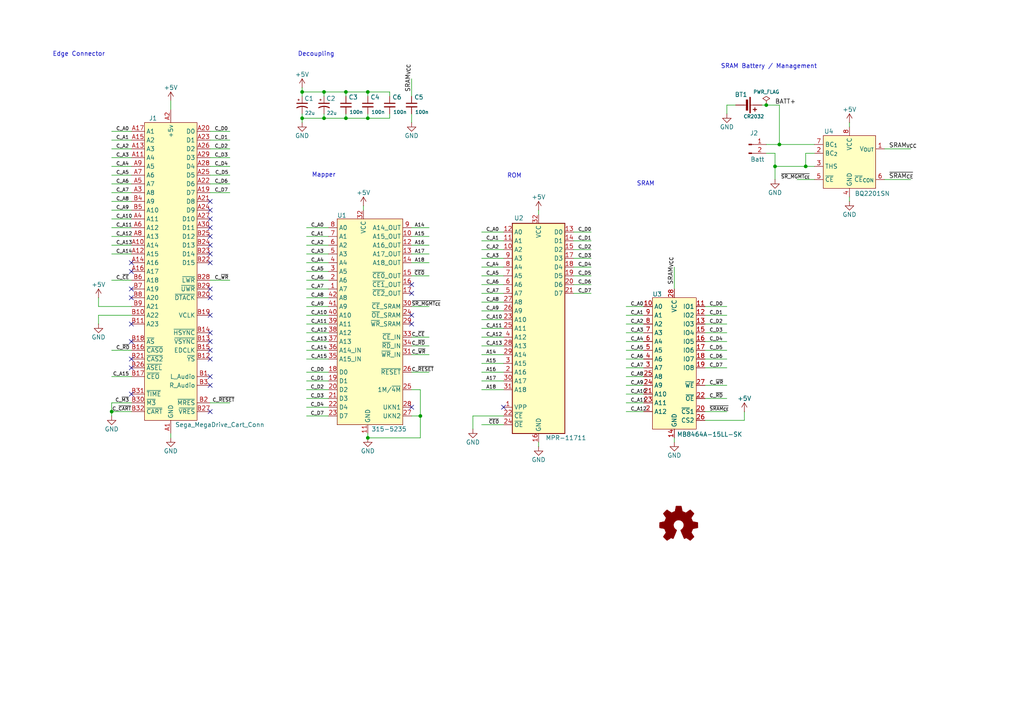
<source format=kicad_sch>
(kicad_sch (version 20231120) (generator "eeschema") (generator_version "8.0")
  (paper "A4")
  (lib_symbols
    (symbol "Connector:Conn_01x02_Pin" (pin_names (offset 1.016) hide)
      (property "Reference" "J" (at 0 2.54 0))
      (property "Value" "Conn_01x02_Pin" (at 0 -5.08 0))
      (symbol "Conn_01x02_Pin_1_1"
        (polyline (pts (xy 1.27 -2.54) (xy 0.8636 -2.54)) (stroke (width 0.1524)))
        (polyline (pts (xy 1.27 0) (xy 0.8636 0)) (stroke (width 0.1524)))
        (rectangle (start 0.8636 -2.413) (end 0 -2.667) (stroke (width 0.1524)) (fill (type outline)))
        (rectangle (start 0.8636 0.127) (end 0 -0.127) (stroke (width 0.1524)) (fill (type outline)))
        (pin passive line (at 5.08 0 180) (length 3.81) (name "Pin_1") (number "1"))
        (pin passive line (at 5.08 -2.54 180) (length 3.81) (name "Pin_2") (number "2"))
      )
    )
    (symbol "Custom:315-5235"
      (property "Reference" "U" (at -7.62 31.75 0))
      (property "Value" "315-5235" (at 8.89 -33.02 0))
      (symbol "315-5235_0_1"
        (rectangle (start -8.89 30.48) (end 10.16 -29.21) (fill (type background)))
      )
      (symbol "315-5235_1_1"
        (pin input line (at -11.43 10.16 0) (length 2.54) (name "A7") (number "1"))
        (pin output line (at 12.7 25.4 180) (length 2.54) (name "A15_OUT") (number "10"))
        (pin power_in line (at 0 -31.75 90) (length 2.54) (name "GND") (number "11"))
        (pin output line (at 12.7 22.86 180) (length 2.54) (name "A16_OUT") (number "12"))
        (pin output line (at 12.7 20.32 180) (length 2.54) (name "A17_OUT") (number "13"))
        (pin output line (at 12.7 17.78 180) (length 2.54) (name "A18_OUT") (number "14"))
        (pin output line (at 12.7 13.97 180) (length 2.54) (name "~{CE0}_OUT") (number "15"))
        (pin output line (at 12.7 11.43 180) (length 2.54) (name "~{CE1}_OUT") (number "16"))
        (pin output line (at 12.7 8.89 180) (length 2.54) (name "~{CE2}_OUT") (number "17"))
        (pin input line (at -11.43 -13.97 0) (length 2.54) (name "D0") (number "18"))
        (pin input line (at -11.43 -16.51 0) (length 2.54) (name "D1") (number "19"))
        (pin input line (at -11.43 12.7 0) (length 2.54) (name "A6") (number "2"))
        (pin input line (at -11.43 -19.05 0) (length 2.54) (name "D2") (number "20"))
        (pin input line (at -11.43 -21.59 0) (length 2.54) (name "D3") (number "21"))
        (pin input line (at -11.43 -24.13 0) (length 2.54) (name "D4") (number "22"))
        (pin input line (at -11.43 -26.67 0) (length 2.54) (name "D7") (number "23"))
        (pin output line (at 12.7 2.54 180) (length 2.54) (name "~{OE}_SRAM") (number "24"))
        (pin input line (at 12.7 -19.05 180) (length 2.54) (name "1M/~{4M}") (number "25"))
        (pin input line (at 12.7 -13.97 180) (length 2.54) (name "~{RESET}") (number "26"))
        (pin passive line (at 12.7 -26.67 180) (length 2.54) (name "UKN2") (number "27"))
        (pin passive line (at 12.7 -24.13 180) (length 2.54) (name "UKN1") (number "28"))
        (pin output line (at 12.7 0 180) (length 2.54) (name "~{WR}_SRAM") (number "29"))
        (pin input line (at -11.43 15.24 0) (length 2.54) (name "A5") (number "3"))
        (pin output line (at 12.7 5.08 180) (length 2.54) (name "~{CE}_SRAM") (number "30"))
        (pin input line (at 12.7 -8.89 180) (length 2.54) (name "~{WR}_IN") (number "31"))
        (pin power_in line (at -1.27 33.02 270) (length 2.54) (name "VCC") (number "32"))
        (pin input line (at 12.7 -3.81 180) (length 2.54) (name "~{CE}_IN") (number "33"))
        (pin input line (at 12.7 -6.35 180) (length 2.54) (name "~{RD}_IN") (number "34"))
        (pin input line (at -11.43 -10.16 0) (length 2.54) (name "A15_IN") (number "35"))
        (pin input line (at -11.43 -7.62 0) (length 2.54) (name "A14_IN") (number "36"))
        (pin input line (at -11.43 -5.08 0) (length 2.54) (name "A13") (number "37"))
        (pin input line (at -11.43 -2.54 0) (length 2.54) (name "A12") (number "38"))
        (pin input line (at -11.43 0 0) (length 2.54) (name "A11") (number "39"))
        (pin input line (at -11.43 17.78 0) (length 2.54) (name "A4") (number "4"))
        (pin input line (at -11.43 2.54 0) (length 2.54) (name "A10") (number "40"))
        (pin input line (at -11.43 5.08 0) (length 2.54) (name "A9") (number "41"))
        (pin input line (at -11.43 7.62 0) (length 2.54) (name "A8") (number "42"))
        (pin input line (at -11.43 20.32 0) (length 2.54) (name "A3") (number "5"))
        (pin input line (at -11.43 22.86 0) (length 2.54) (name "A2") (number "6"))
        (pin input line (at -11.43 25.4 0) (length 2.54) (name "A1") (number "7"))
        (pin input line (at -11.43 27.94 0) (length 2.54) (name "A0") (number "8"))
        (pin output line (at 12.7 27.94 180) (length 2.54) (name "A14_OUT") (number "9"))
      )
    )
    (symbol "Custom:BQ2201SN"
      (property "Reference" "U" (at 0 0 0))
      (property "Value" "BQ2201SN" (at 0 0 0))
      (symbol "BQ2201SN_1_1"
        (rectangle (start -7.62 7.62) (end 7.62 -7.62) (fill (type background)))
        (pin power_out line (at 10.16 3.81 180) (length 2.54) (name "V_{OUT}") (number "1"))
        (pin power_in line (at -10.16 2.54 0) (length 2.54) (name "BC_{2}") (number "2"))
        (pin input line (at -10.16 -1.27 0) (length 2.54) (name "THS") (number "3"))
        (pin power_in line (at 0 -10.16 90) (length 2.54) (name "GND") (number "4"))
        (pin input line (at -10.16 -5.08 0) (length 2.54) (name "~{CE}") (number "5"))
        (pin output line (at 10.16 -5.08 180) (length 2.54) (name "~{CE}_{CON}") (number "6"))
        (pin power_in line (at -10.16 5.08 0) (length 2.54) (name "BC_{1}") (number "7"))
        (pin power_in line (at 0 10.16 270) (length 2.54) (name "VCC") (number "8"))
      )
    )
    (symbol "Custom:MB8464A-15LL-SK"
      (property "Reference" "U" (at -5.08 20.32 0))
      (property "Value" "MB8464A-15LL-SK" (at 10.16 -21.59 0))
      (symbol "MB8464A-15LL-SK_0_1"
        (rectangle (start -6.35 19.05) (end 6.35 -19.05) (fill (type background)))
      )
      (symbol "MB8464A-15LL-SK_1_1"
        (pin no_connect line (at -8.89 -16.51 0) (length 2.54) hide (name "NC") (number "1"))
        (pin input line (at -8.89 16.51 0) (length 2.54) (name "A0") (number "10"))
        (pin bidirectional line (at 8.89 16.51 180) (length 2.54) (name "IO1") (number "11"))
        (pin bidirectional line (at 8.89 13.97 180) (length 2.54) (name "IO2") (number "12"))
        (pin bidirectional line (at 8.89 11.43 180) (length 2.54) (name "IO3") (number "13"))
        (pin power_in line (at 0 -21.59 90) (length 2.54) (name "GND") (number "14"))
        (pin bidirectional line (at 8.89 8.89 180) (length 2.54) (name "IO4") (number "15"))
        (pin bidirectional line (at 8.89 6.35 180) (length 2.54) (name "IO5") (number "16"))
        (pin bidirectional line (at 8.89 3.81 180) (length 2.54) (name "IO6") (number "17"))
        (pin bidirectional line (at 8.89 1.27 180) (length 2.54) (name "IO7") (number "18"))
        (pin bidirectional line (at 8.89 -1.27 180) (length 2.54) (name "IO8") (number "19"))
        (pin input line (at -8.89 -13.97 0) (length 2.54) (name "A12") (number "2"))
        (pin input line (at 8.89 -13.97 180) (length 2.54) (name "~{CS}1") (number "20"))
        (pin input line (at -8.89 -8.89 0) (length 2.54) (name "A10") (number "21"))
        (pin input line (at 8.89 -10.16 180) (length 2.54) (name "~{OE}") (number "22"))
        (pin input line (at -8.89 -11.43 0) (length 2.54) (name "A11") (number "23"))
        (pin input line (at -8.89 -6.35 0) (length 2.54) (name "A9") (number "24"))
        (pin input line (at -8.89 -3.81 0) (length 2.54) (name "A8") (number "25"))
        (pin input line (at 8.89 -16.51 180) (length 2.54) (name "CS2") (number "26"))
        (pin input line (at 8.89 -6.35 180) (length 2.54) (name "~{WE}") (number "27"))
        (pin power_in line (at 0 21.59 270) (length 2.54) (name "VCC") (number "28"))
        (pin input line (at -8.89 -1.27 0) (length 2.54) (name "A7") (number "3"))
        (pin input line (at -8.89 1.27 0) (length 2.54) (name "A6") (number "4"))
        (pin input line (at -8.89 3.81 0) (length 2.54) (name "A5") (number "5"))
        (pin input line (at -8.89 6.35 0) (length 2.54) (name "A4") (number "6"))
        (pin input line (at -8.89 8.89 0) (length 2.54) (name "A3") (number "7"))
        (pin input line (at -8.89 11.43 0) (length 2.54) (name "A2") (number "8"))
        (pin input line (at -8.89 13.97 0) (length 2.54) (name "A1") (number "9"))
      )
    )
    (symbol "Custom:Sega_MegaDrive_Cart_Conn"
      (property "Reference" "J1" (at -6.35 41.91 0))
      (property "Value" "Sega_MegaDrive_Cart_Conn" (at 1.27 -46.99 0))
      (symbol "Sega_MegaDrive_Cart_Conn_0_1"
        (rectangle (start -7.62 40.64) (end 7.62 -45.72) (fill (type background)))
      )
      (symbol "Sega_MegaDrive_Cart_Conn_1_1"
        (pin power_out line (at 0 -49.53 90) (length 3.81) (name "GND") (number "A1"))
        (pin output line (at -11.43 5.08 0) (length 3.81) (name "A14") (number "A10"))
        (pin output line (at -11.43 30.48 0) (length 3.81) (name "A4") (number "A11"))
        (pin output line (at -11.43 2.54 0) (length 3.81) (name "A15") (number "A12"))
        (pin output line (at -11.43 33.02 0) (length 3.81) (name "A3") (number "A13"))
        (pin output line (at -11.43 0 0) (length 3.81) (name "A16") (number "A14"))
        (pin output line (at -11.43 35.56 0) (length 3.81) (name "A2") (number "A15"))
        (pin output line (at -11.43 -2.54 0) (length 3.81) (name "A17") (number "A16"))
        (pin output line (at -11.43 38.1 0) (length 3.81) (name "A1") (number "A17"))
        (pin passive line (at 0 -49.53 90) (length 3.81) hide (name "GND") (number "A18"))
        (pin bidirectional line (at 11.43 20.32 180) (length 3.81) (name "D7") (number "A19"))
        (pin power_out line (at 0 44.45 270) (length 3.81) (name "+5v") (number "A2"))
        (pin bidirectional line (at 11.43 38.1 180) (length 3.81) (name "D0") (number "A20"))
        (pin bidirectional line (at 11.43 17.78 180) (length 3.81) (name "D8") (number "A21"))
        (pin bidirectional line (at 11.43 22.86 180) (length 3.81) (name "D6") (number "A22"))
        (pin bidirectional line (at 11.43 35.56 180) (length 3.81) (name "D1") (number "A23"))
        (pin bidirectional line (at 11.43 15.24 180) (length 3.81) (name "D9") (number "A24"))
        (pin bidirectional line (at 11.43 25.4 180) (length 3.81) (name "D5") (number "A25"))
        (pin bidirectional line (at 11.43 33.02 180) (length 3.81) (name "D2") (number "A26"))
        (pin bidirectional line (at 11.43 12.7 180) (length 3.81) (name "D10") (number "A27"))
        (pin bidirectional line (at 11.43 27.94 180) (length 3.81) (name "D4") (number "A28"))
        (pin bidirectional line (at 11.43 30.48 180) (length 3.81) (name "D3") (number "A29"))
        (pin output line (at -11.43 20.32 0) (length 3.81) (name "A8") (number "A3"))
        (pin bidirectional line (at 11.43 10.16 180) (length 3.81) (name "D11") (number "A30"))
        (pin passive line (at 0 44.45 270) (length 3.81) hide (name "+5v") (number "A31"))
        (pin passive line (at 0 -49.53 90) (length 3.81) hide (name "GND") (number "A32"))
        (pin output line (at -11.43 12.7 0) (length 3.81) (name "A11") (number "A4"))
        (pin output line (at -11.43 22.86 0) (length 3.81) (name "A7") (number "A5"))
        (pin output line (at -11.43 10.16 0) (length 3.81) (name "A12") (number "A6"))
        (pin output line (at -11.43 25.4 0) (length 3.81) (name "A6") (number "A7"))
        (pin output line (at -11.43 7.62 0) (length 3.81) (name "A13") (number "A8"))
        (pin output line (at -11.43 27.94 0) (length 3.81) (name "A5") (number "A9"))
        (pin input line (at 11.43 -33.02 180) (length 3.81) (name "L_Audio") (number "B1"))
        (pin passive line (at -11.43 -15.24 0) (length 3.81) (name "A22") (number "B10"))
        (pin output line (at -11.43 -17.78 0) (length 3.81) (name "A23") (number "B11"))
        (pin output line (at 11.43 -27.94 180) (length 3.81) (name "~{YS}") (number "B12"))
        (pin output line (at 11.43 -22.86 180) (length 3.81) (name "~{VSYNC}") (number "B13"))
        (pin output line (at 11.43 -20.32 180) (length 3.81) (name "~{HSYNC}") (number "B14"))
        (pin output line (at 11.43 -25.4 180) (length 3.81) (name "EDCLK") (number "B15"))
        (pin output line (at -11.43 -25.4 0) (length 3.81) (name "~{CAS0}") (number "B16"))
        (pin output line (at -11.43 -33.02 0) (length 3.81) (name "~{CEO}") (number "B17"))
        (pin output line (at -11.43 -22.86 0) (length 3.81) (name "~{AS}") (number "B18"))
        (pin output line (at 11.43 -15.24 180) (length 3.81) (name "VCLK") (number "B19"))
        (pin output line (at 11.43 -40.64 180) (length 3.81) (name "~{MRES}") (number "B2"))
        (pin input line (at 11.43 -10.16 180) (length 3.81) (name "~{DTACK}") (number "B20"))
        (pin output line (at -11.43 -27.94 0) (length 3.81) (name "~{CAS2}") (number "B21"))
        (pin bidirectional line (at 11.43 0 180) (length 3.81) (name "D15") (number "B22"))
        (pin bidirectional line (at 11.43 2.54 180) (length 3.81) (name "D14") (number "B23"))
        (pin bidirectional line (at 11.43 5.08 180) (length 3.81) (name "D13") (number "B24"))
        (pin bidirectional line (at 11.43 7.62 180) (length 3.81) (name "D12") (number "B25"))
        (pin output line (at -11.43 -30.48 0) (length 3.81) (name "~{ASEL}") (number "B26"))
        (pin output line (at 11.43 -43.18 180) (length 3.81) (name "~{VRES}") (number "B27"))
        (pin output line (at 11.43 -5.08 180) (length 3.81) (name "~{LWR}") (number "B28"))
        (pin output line (at 11.43 -7.62 180) (length 3.81) (name "~{UWR}") (number "B29"))
        (pin input line (at 11.43 -35.56 180) (length 3.81) (name "R_Audio") (number "B3"))
        (pin input line (at -11.43 -40.64 0) (length 3.81) (name "~{M3}") (number "B30"))
        (pin output line (at -11.43 -38.1 0) (length 3.81) (name "~{TIME}") (number "B31"))
        (pin input line (at -11.43 -43.18 0) (length 3.81) (name "~{CART}") (number "B32"))
        (pin output line (at -11.43 17.78 0) (length 3.81) (name "A9") (number "B4"))
        (pin output line (at -11.43 15.24 0) (length 3.81) (name "A10") (number "B5"))
        (pin output line (at -11.43 -5.08 0) (length 3.81) (name "A18") (number "B6"))
        (pin output line (at -11.43 -7.62 0) (length 3.81) (name "A19") (number "B7"))
        (pin output line (at -11.43 -10.16 0) (length 3.81) (name "A20") (number "B8"))
        (pin passive line (at -11.43 -12.7 0) (length 3.81) (name "A21") (number "B9"))
      )
    )
    (symbol "Device:Battery_Cell" (pin_numbers hide) (pin_names (offset 0) hide)
      (property "Reference" "BT" (at 2.54 2.54 0))
      (property "Value" "Battery_Cell" (at 2.54 0 0))
      (symbol "Battery_Cell_0_1"
        (rectangle (start -2.286 1.778) (end 2.286 1.524) (fill (type outline)))
        (rectangle (start -1.524 1.016) (end 1.524 0.508) (fill (type outline)))
        (polyline (pts (xy 0 0.762) (xy 0 0)))
        (polyline (pts (xy 0 1.778) (xy 0 2.54)))
        (polyline (pts (xy 0.762 3.048) (xy 1.778 3.048)) (stroke (width 0.254)))
        (polyline (pts (xy 1.27 3.556) (xy 1.27 2.54)) (stroke (width 0.254)))
      )
      (symbol "Battery_Cell_1_1"
        (pin passive line (at 0 5.08 270) (length 2.54) (name "+") (number "1"))
        (pin passive line (at 0 -2.54 90) (length 2.54) (name "-") (number "2"))
      )
    )
    (symbol "Device:C_Polarized_Small_US" (pin_numbers hide) (pin_names (offset 0.254) hide)
      (property "Reference" "C" (at 0.254 1.778 0))
      (property "Value" "C_Polarized_Small_US" (at 0.254 -2.032 0))
      (symbol "C_Polarized_Small_US_0_1"
        (polyline (pts (xy -1.524 0.508) (xy 1.524 0.508)) (stroke (width 0.3048)))
        (polyline (pts (xy -1.27 1.524) (xy -0.762 1.524)))
        (polyline (pts (xy -1.016 1.27) (xy -1.016 1.778)))
        (arc (start 1.524 -0.762) (mid 0 -0.3734) (end -1.524 -0.762) (stroke (width 0.3048)))
      )
      (symbol "C_Polarized_Small_US_1_1"
        (pin passive line (at 0 2.54 270) (length 2.032) (name "~") (number "1"))
        (pin passive line (at 0 -2.54 90) (length 2.032) (name "~") (number "2"))
      )
    )
    (symbol "Device:C_Small" (pin_numbers hide) (pin_names (offset 0.254) hide)
      (property "Reference" "C" (at 0.254 1.778 0))
      (property "Value" "C_Small" (at 0.254 -2.032 0))
      (symbol "C_Small_0_1"
        (polyline (pts (xy -1.524 -0.508) (xy 1.524 -0.508)) (stroke (width 0.3302)))
        (polyline (pts (xy -1.524 0.508) (xy 1.524 0.508)) (stroke (width 0.3048)))
      )
      (symbol "C_Small_1_1"
        (pin passive line (at 0 2.54 270) (length 2.032) (name "~") (number "1"))
        (pin passive line (at 0 -2.54 90) (length 2.032) (name "~") (number "2"))
      )
    )
    (symbol "Graphic:Logo_Open_Hardware_Small" (in_bom no) (on_board no)
      (symbol "Logo_Open_Hardware_Small_0_1"
        (polyline (pts (xy 3.3528 -4.3434) (xy 3.302 -4.318) (xy 3.175 -4.2418) (xy 2.9972 -4.1148) (xy 2.7686 -3.9624) (xy 2.54 -3.81) (xy 2.3622 -3.7084) (xy 2.2352 -3.6068) (xy 2.1844 -3.5814) (xy 2.159 -3.6068) (xy 2.0574 -3.6576) (xy 1.905 -3.7338) (xy 1.8034 -3.7846) (xy 1.6764 -3.8354) (xy 1.6002 -3.8354) (xy 1.6002 -3.8354) (xy 1.5494 -3.7338) (xy 1.4732 -3.5306) (xy 1.3462 -3.302) (xy 1.2446 -3.0226) (xy 1.1176 -2.7178) (xy 0.9652 -2.413) (xy 0.8636 -2.1082) (xy 0.7366 -1.8288) (xy 0.6604 -1.6256) (xy 0.6096 -1.4732) (xy 0.5842 -1.397) (xy 0.5842 -1.397) (xy 0.6604 -1.3208) (xy 0.7874 -1.2446) (xy 1.0414 -1.016) (xy 1.2954 -0.6858) (xy 1.4478 -0.3302) (xy 1.524 0.0762) (xy 1.4732 0.4572) (xy 1.3208 0.8128) (xy 1.0668 1.143) (xy 0.762 1.3716) (xy 0.4064 1.524) (xy 0 1.5748) (xy -0.381 1.5494) (xy -0.7366 1.397) (xy -1.0668 1.143) (xy -1.2192 0.9906) (xy -1.397 0.6604) (xy -1.524 0.3048) (xy -1.524 0.2286) (xy -1.4986 -0.1778) (xy -1.397 -0.5334) (xy -1.1938 -0.8636) (xy -0.9144 -1.143) (xy -0.8636 -1.1684) (xy -0.7366 -1.27) (xy -0.635 -1.3462) (xy -0.5842 -1.397) (xy -1.0668 -2.5908) (xy -1.143 -2.794) (xy -1.2954 -3.1242) (xy -1.397 -3.4036) (xy -1.4986 -3.6322) (xy -1.5748 -3.7846) (xy -1.6002 -3.8354) (xy -1.6002 -3.8354) (xy -1.651 -3.8354) (xy -1.7272 -3.81) (xy -1.905 -3.7338) (xy -2.0066 -3.683) (xy -2.1336 -3.6068) (xy -2.2098 -3.5814) (xy -2.2606 -3.6068) (xy -2.3622 -3.683) (xy -2.54 -3.81) (xy -2.7686 -3.9624) (xy -2.9718 -4.0894) (xy -3.1496 -4.2164) (xy -3.302 -4.318) (xy -3.3528 -4.3434) (xy -3.3782 -4.3434) (xy -3.429 -4.318) (xy -3.5306 -4.2164) (xy -3.7084 -4.064) (xy -3.937 -3.8354) (xy -3.9624 -3.81) (xy -4.1656 -3.6068) (xy -4.318 -3.4544) (xy -4.4196 -3.3274) (xy -4.445 -3.2766) (xy -4.445 -3.2766) (xy -4.4196 -3.2258) (xy -4.318 -3.0734) (xy -4.2164 -2.8956) (xy -4.064 -2.667) (xy -3.6576 -2.0828) (xy -3.8862 -1.5494) (xy -3.937 -1.3716) (xy -4.0386 -1.1684) (xy -4.0894 -1.0414) (xy -4.1148 -0.9652) (xy -4.191 -0.9398) (xy -4.318 -0.9144) (xy -4.5466 -0.8636) (xy -4.8006 -0.8128) (xy -5.0546 -0.7874) (xy -5.2578 -0.7366) (xy -5.4356 -0.7112) (xy -5.5118 -0.6858) (xy -5.5118 -0.6858) (xy -5.5372 -0.635) (xy -5.5372 -0.5588) (xy -5.5372 -0.4318) (xy -5.5626 -0.2286) (xy -5.5626 0.0762) (xy -5.5626 0.127) (xy -5.5372 0.4064) (xy -5.5372 0.635) (xy -5.5372 0.762) (xy -5.5372 0.8382) (xy -5.5372 0.8382) (xy -5.461 0.8382) (xy -5.3086 0.889) (xy -5.08 0.9144) (xy -4.826 0.9652) (xy -4.8006 0.9906) (xy -4.5466 1.0414) (xy -4.318 1.0668) (xy -4.1656 1.1176) (xy -4.0894 1.143) (xy -4.0894 1.143) (xy -4.0386 1.2446) (xy -3.9624 1.4224) (xy -3.8608 1.6256) (xy -3.7846 1.8288) (xy -3.7084 2.0066) (xy -3.6576 2.159) (xy -3.6322 2.2098) (xy -3.6322 2.2098) (xy -3.683 2.286) (xy -3.7592 2.413) (xy -3.8862 2.5908) (xy -4.064 2.8194) (xy -4.064 2.8448) (xy -4.2164 3.0734) (xy -4.3434 3.2512) (xy -4.4196 3.3782) (xy -4.445 3.4544) (xy -4.445 3.4544) (xy -4.3942 3.5052) (xy -4.2926 3.6322) (xy -4.1148 3.81) (xy -3.937 4.0132) (xy -3.8608 4.064) (xy -3.6576 4.2926) (xy -3.5052 4.4196) (xy -3.4036 4.4958) (xy -3.3528 4.5212) (xy -3.3528 4.5212) (xy -3.302 4.4704) (xy -3.1496 4.3688) (xy -2.9718 4.2418) (xy -2.7432 4.0894) (xy -2.7178 4.0894) (xy -2.4892 3.937) (xy -2.3114 3.81) (xy -2.1844 3.7084) (xy -2.1336 3.683) (xy -2.1082 3.683) (xy -2.032 3.7084) (xy -1.8542 3.7592) (xy -1.6764 3.8354) (xy -1.4732 3.937) (xy -1.27 4.0132) (xy -1.143 4.064) (xy -1.0668 4.1148) (xy -1.0668 4.1148) (xy -1.0414 4.191) (xy -1.016 4.3434) (xy -0.9652 4.572) (xy -0.9144 4.8514) (xy -0.889 4.9022) (xy -0.8382 5.1562) (xy -0.8128 5.3848) (xy -0.7874 5.5372) (xy -0.762 5.588) (xy -0.7112 5.6134) (xy -0.5842 5.6134) (xy -0.4064 5.6134) (xy -0.1524 5.6134) (xy 0.0762 5.6134) (xy 0.3302 5.6134) (xy 0.5334 5.6134) (xy 0.6858 5.588) (xy 0.7366 5.588) (xy 0.7366 5.588) (xy 0.762 5.5118) (xy 0.8128 5.334) (xy 0.8382 5.1054) (xy 0.9144 4.826) (xy 0.9144 4.7752) (xy 0.9652 4.5212) (xy 1.016 4.2926) (xy 1.0414 4.1402) (xy 1.0668 4.0894) (xy 1.0668 4.0894) (xy 1.1938 4.0386) (xy 1.3716 3.9624) (xy 1.5748 3.8608) (xy 2.0828 3.6576) (xy 2.7178 4.0894) (xy 2.7686 4.1402) (xy 2.9972 4.2926) (xy 3.175 4.4196) (xy 3.302 4.4958) (xy 3.3782 4.5212) (xy 3.3782 4.5212) (xy 3.429 4.4704) (xy 3.556 4.3434) (xy 3.7338 4.191) (xy 3.9116 3.9878) (xy 4.064 3.8354) (xy 4.2418 3.6576) (xy 4.3434 3.556) (xy 4.4196 3.4798) (xy 4.4196 3.429) (xy 4.4196 3.4036) (xy 4.3942 3.3274) (xy 4.2926 3.2004) (xy 4.1656 2.9972) (xy 4.0132 2.794) (xy 3.8862 2.5908) (xy 3.7592 2.3876) (xy 3.6576 2.2352) (xy 3.6322 2.159) (xy 3.6322 2.1336) (xy 3.683 2.0066) (xy 3.7592 1.8288) (xy 3.8608 1.6002) (xy 4.064 1.1176) (xy 4.3942 1.0414) (xy 4.5974 1.016) (xy 4.8768 0.9652) (xy 5.1308 0.9144) (xy 5.5372 0.8382) (xy 5.5626 -0.6604) (xy 5.4864 -0.6858) (xy 5.4356 -0.6858) (xy 5.2832 -0.7366) (xy 5.0546 -0.762) (xy 4.8006 -0.8128) (xy 4.5974 -0.8636) (xy 4.3688 -0.9144) (xy 4.2164 -0.9398) (xy 4.1402 -0.9398) (xy 4.1148 -0.9652) (xy 4.064 -1.0668) (xy 3.9878 -1.2446) (xy 3.9116 -1.4478) (xy 3.81 -1.651) (xy 3.7338 -1.8542) (xy 3.683 -2.0066) (xy 3.6576 -2.0828) (xy 3.683 -2.1336) (xy 3.7846 -2.2606) (xy 3.8862 -2.4638) (xy 4.0386 -2.667) (xy 4.191 -2.8956) (xy 4.318 -3.0734) (xy 4.3942 -3.2004) (xy 4.445 -3.2766) (xy 4.4196 -3.3274) (xy 4.3434 -3.429) (xy 4.1656 -3.5814) (xy 3.937 -3.8354) (xy 3.8862 -3.8608) (xy 3.683 -4.064) (xy 3.5306 -4.2164) (xy 3.4036 -4.318) (xy 3.3528 -4.3434)) (fill (type outline)))
      )
    )
    (symbol "Memory_EPROM:27C040"
      (property "Reference" "U" (at -7.62 31.75 0))
      (property "Value" "27C040" (at 2.54 -31.75 0))
      (symbol "27C040_1_1"
        (rectangle (start -7.62 30.48) (end 7.62 -30.48) (stroke (width 0.254)) (fill (type background)))
        (pin input line (at -10.16 -22.86 0) (length 2.54) (name "VPP") (number "1"))
        (pin input line (at -10.16 22.86 0) (length 2.54) (name "A2") (number "10"))
        (pin input line (at -10.16 25.4 0) (length 2.54) (name "A1") (number "11"))
        (pin input line (at -10.16 27.94 0) (length 2.54) (name "A0") (number "12"))
        (pin tri_state line (at 10.16 27.94 180) (length 2.54) (name "D0") (number "13"))
        (pin tri_state line (at 10.16 25.4 180) (length 2.54) (name "D1") (number "14"))
        (pin tri_state line (at 10.16 22.86 180) (length 2.54) (name "D2") (number "15"))
        (pin power_in line (at 0 -33.02 90) (length 2.54) (name "GND") (number "16"))
        (pin tri_state line (at 10.16 20.32 180) (length 2.54) (name "D3") (number "17"))
        (pin tri_state line (at 10.16 17.78 180) (length 2.54) (name "D4") (number "18"))
        (pin tri_state line (at 10.16 15.24 180) (length 2.54) (name "D5") (number "19"))
        (pin input line (at -10.16 -12.7 0) (length 2.54) (name "A16") (number "2"))
        (pin tri_state line (at 10.16 12.7 180) (length 2.54) (name "D6") (number "20"))
        (pin tri_state line (at 10.16 10.16 180) (length 2.54) (name "D7") (number "21"))
        (pin input line (at -10.16 -25.4 0) (length 2.54) (name "~{CE}") (number "22"))
        (pin input line (at -10.16 2.54 0) (length 2.54) (name "A10") (number "23"))
        (pin input line (at -10.16 -27.94 0) (length 2.54) (name "~{OE}") (number "24"))
        (pin input line (at -10.16 0 0) (length 2.54) (name "A11") (number "25"))
        (pin input line (at -10.16 5.08 0) (length 2.54) (name "A9") (number "26"))
        (pin input line (at -10.16 7.62 0) (length 2.54) (name "A8") (number "27"))
        (pin input line (at -10.16 -5.08 0) (length 2.54) (name "A13") (number "28"))
        (pin input line (at -10.16 -7.62 0) (length 2.54) (name "A14") (number "29"))
        (pin input line (at -10.16 -10.16 0) (length 2.54) (name "A15") (number "3"))
        (pin input line (at -10.16 -15.24 0) (length 2.54) (name "A17") (number "30"))
        (pin input line (at -10.16 -17.78 0) (length 2.54) (name "A18") (number "31"))
        (pin power_in line (at 0 33.02 270) (length 2.54) (name "VCC") (number "32"))
        (pin input line (at -10.16 -2.54 0) (length 2.54) (name "A12") (number "4"))
        (pin input line (at -10.16 10.16 0) (length 2.54) (name "A7") (number "5"))
        (pin input line (at -10.16 12.7 0) (length 2.54) (name "A6") (number "6"))
        (pin input line (at -10.16 15.24 0) (length 2.54) (name "A5") (number "7"))
        (pin input line (at -10.16 17.78 0) (length 2.54) (name "A4") (number "8"))
        (pin input line (at -10.16 20.32 0) (length 2.54) (name "A3") (number "9"))
      )
    )
    (symbol "power:+5V" (power) (pin_numbers hide) (pin_names (offset 0) hide)
      (property "Value" "+5V" (at 0 3.556 0))
      (symbol "+5V_0_1"
        (polyline (pts (xy -0.762 1.27) (xy 0 2.54)))
        (polyline (pts (xy 0 0) (xy 0 2.54)))
        (polyline (pts (xy 0 2.54) (xy 0.762 1.27)))
      )
      (symbol "+5V_1_1"
        (pin power_in line (at 0 0 90) (length 0) (name "~") (number "1"))
      )
    )
    (symbol "power:GND" (power) (pin_numbers hide) (pin_names (offset 0) hide)
      (property "Value" "GND" (at 0 -3.81 0))
      (symbol "GND_0_1"
        (polyline (pts (xy 0 0) (xy 0 -1.27) (xy 1.27 -1.27) (xy 0 -2.54) (xy -1.27 -1.27) (xy 0 -1.27)))
      )
      (symbol "GND_1_1"
        (pin power_in line (at 0 0 270) (length 0) (name "~") (number "1"))
      )
    )
    (symbol "power:PWR_FLAG" (power) (pin_numbers hide) (pin_names (offset 0) hide)
      (property "Value" "PWR_FLAG" (at 0 3.81 0))
      (symbol "PWR_FLAG_0_0"
        (pin power_out line (at 0 0 90) (length 0) (name "~") (number "1"))
      )
      (symbol "PWR_FLAG_0_1"
        (polyline (pts (xy 0 0) (xy 0 1.27) (xy -1.016 1.905) (xy 0 2.54) (xy 1.016 1.905) (xy 0 1.27)))
      )
    )
  )
  (junction (at 87.63 26.67))
  (junction (at 121.92 120.65))
  (junction (at 226.06 41.91))
  (junction (at 100.33 26.67))
  (junction (at 100.33 34.29))
  (junction (at 233.68 48.26))
  (junction (at 93.98 34.29))
  (junction (at 106.68 127))
  (junction (at 222.25 30.48))
  (junction (at 106.68 34.29))
  (junction (at 93.98 26.67))
  (junction (at 87.63 34.29))
  (junction (at 106.68 26.67))
  (junction (at 32.385 119.38))
  (junction (at 224.79 48.26))
  (no_connect (at 60.96 86.36))
  (no_connect (at 119.38 91.44))
  (no_connect (at 60.96 60.96))
  (no_connect (at 60.96 101.6))
  (no_connect (at 60.96 96.52))
  (no_connect (at 60.96 66.04))
  (no_connect (at 60.96 91.44))
  (no_connect (at 119.38 93.98))
  (no_connect (at 60.96 63.5))
  (no_connect (at 38.1 104.14))
  (no_connect (at 38.1 86.36))
  (no_connect (at 60.96 76.2))
  (no_connect (at 146.05 118.11))
  (no_connect (at 38.1 114.3))
  (no_connect (at 60.96 119.38))
  (no_connect (at 119.38 118.11))
  (no_connect (at 60.96 99.06))
  (no_connect (at 38.1 76.2))
  (no_connect (at 38.1 99.06))
  (no_connect (at 119.38 85.09))
  (no_connect (at 60.96 71.12))
  (no_connect (at 60.96 68.58))
  (no_connect (at 38.1 78.74))
  (no_connect (at 60.96 109.22))
  (no_connect (at 60.96 104.14))
  (no_connect (at 60.96 111.76))
  (no_connect (at 60.96 58.42))
  (no_connect (at 60.96 73.66))
  (no_connect (at 38.1 93.98))
  (no_connect (at 38.1 106.68))
  (no_connect (at 38.1 83.82))
  (no_connect (at 119.38 82.55))
  (no_connect (at 60.96 83.82))
  (wire (pts (xy 166.37 69.85) (xy 171.45 69.85)))
  (wire (pts (xy 100.33 26.67) (xy 93.98 26.67)))
  (wire (pts (xy 88.9 68.58) (xy 95.25 68.58)))
  (wire (pts (xy 139.7 97.79) (xy 146.05 97.79)))
  (wire (pts (xy 93.98 34.29) (xy 87.63 34.29)))
  (wire (pts (xy 220.98 30.48) (xy 222.25 30.48)))
  (wire (pts (xy 256.54 43.18) (xy 264.16 43.18)))
  (wire (pts (xy 222.25 30.48) (xy 226.06 30.48)))
  (wire (pts (xy 246.38 35.56) (xy 246.38 36.83)))
  (wire (pts (xy 93.98 33.02) (xy 93.98 34.29)))
  (wire (pts (xy 181.61 88.9) (xy 186.69 88.9)))
  (wire (pts (xy 146.05 105.41) (xy 139.7 105.41)))
  (wire (pts (xy 146.05 102.87) (xy 139.7 102.87)))
  (wire (pts (xy 32.385 71.12) (xy 38.1 71.12)))
  (wire (pts (xy 139.7 67.31) (xy 146.05 67.31)))
  (wire (pts (xy 233.68 48.26) (xy 236.22 48.26)))
  (wire (pts (xy 32.385 58.42) (xy 38.1 58.42)))
  (wire (pts (xy 146.05 110.49) (xy 139.7 110.49)))
  (wire (pts (xy 119.38 27.94) (xy 119.38 22.86)))
  (wire (pts (xy 113.03 26.67) (xy 106.68 26.67)))
  (wire (pts (xy 88.9 101.6) (xy 95.25 101.6)))
  (wire (pts (xy 88.9 66.04) (xy 95.25 66.04)))
  (wire (pts (xy 166.37 82.55) (xy 171.45 82.55)))
  (wire (pts (xy 119.38 107.95) (xy 124.46 107.95)))
  (wire (pts (xy 204.47 111.76) (xy 210.82 111.76)))
  (wire (pts (xy 215.9 119.38) (xy 215.9 121.92)))
  (wire (pts (xy 139.7 100.33) (xy 146.05 100.33)))
  (wire (pts (xy 181.61 114.3) (xy 186.69 114.3)))
  (wire (pts (xy 226.06 41.91) (xy 236.22 41.91)))
  (wire (pts (xy 224.79 44.45) (xy 224.79 48.26)))
  (wire (pts (xy 60.96 38.1) (xy 66.675 38.1)))
  (wire (pts (xy 106.68 125.73) (xy 106.68 127)))
  (wire (pts (xy 88.9 76.2) (xy 95.25 76.2)))
  (wire (pts (xy 100.33 33.02) (xy 100.33 34.29)))
  (wire (pts (xy 204.47 88.9) (xy 210.82 88.9)))
  (wire (pts (xy 49.53 29.21) (xy 49.53 31.75)))
  (wire (pts (xy 32.385 81.28) (xy 38.1 81.28)))
  (wire (pts (xy 139.7 69.85) (xy 146.05 69.85)))
  (wire (pts (xy 181.61 109.22) (xy 186.69 109.22)))
  (wire (pts (xy 32.385 66.04) (xy 38.1 66.04)))
  (wire (pts (xy 95.25 107.95) (xy 88.9 107.95)))
  (wire (pts (xy 60.96 81.28) (xy 66.675 81.28)))
  (wire (pts (xy 100.33 27.94) (xy 100.33 26.67)))
  (wire (pts (xy 32.385 119.38) (xy 32.385 120.65)))
  (wire (pts (xy 32.385 55.88) (xy 38.1 55.88)))
  (wire (pts (xy 60.96 50.8) (xy 66.675 50.8)))
  (wire (pts (xy 93.98 26.67) (xy 87.63 26.67)))
  (wire (pts (xy 60.96 43.18) (xy 66.675 43.18)))
  (wire (pts (xy 88.9 91.44) (xy 95.25 91.44)))
  (wire (pts (xy 60.96 40.64) (xy 66.675 40.64)))
  (wire (pts (xy 139.7 87.63) (xy 146.05 87.63)))
  (wire (pts (xy 204.47 121.92) (xy 215.9 121.92)))
  (wire (pts (xy 28.575 91.44) (xy 28.575 93.98)))
  (wire (pts (xy 231.14 52.07) (xy 236.22 52.07)))
  (wire (pts (xy 106.68 26.67) (xy 106.68 27.94)))
  (wire (pts (xy 121.92 127) (xy 106.68 127)))
  (wire (pts (xy 32.385 50.8) (xy 38.1 50.8)))
  (wire (pts (xy 95.25 118.11) (xy 88.9 118.11)))
  (wire (pts (xy 88.9 86.36) (xy 95.25 86.36)))
  (wire (pts (xy 32.385 53.34) (xy 38.1 53.34)))
  (wire (pts (xy 139.7 90.17) (xy 146.05 90.17)))
  (wire (pts (xy 195.58 77.47) (xy 195.58 83.82)))
  (wire (pts (xy 166.37 72.39) (xy 171.45 72.39)))
  (wire (pts (xy 32.385 48.26) (xy 38.1 48.26)))
  (wire (pts (xy 121.92 120.65) (xy 121.92 127)))
  (wire (pts (xy 32.385 40.64) (xy 38.1 40.64)))
  (wire (pts (xy 119.38 97.79) (xy 124.46 97.79)))
  (wire (pts (xy 60.96 116.84) (xy 66.675 116.84)))
  (wire (pts (xy 119.38 66.04) (xy 124.46 66.04)))
  (wire (pts (xy 236.22 44.45) (xy 233.68 44.45)))
  (wire (pts (xy 224.79 48.26) (xy 224.79 52.07)))
  (wire (pts (xy 119.38 76.2) (xy 124.46 76.2)))
  (wire (pts (xy 88.9 71.12) (xy 95.25 71.12)))
  (wire (pts (xy 256.54 52.07) (xy 264.16 52.07)))
  (wire (pts (xy 100.33 34.29) (xy 93.98 34.29)))
  (wire (pts (xy 181.61 111.76) (xy 186.69 111.76)))
  (wire (pts (xy 119.38 88.9) (xy 124.46 88.9)))
  (wire (pts (xy 93.98 27.94) (xy 93.98 26.67)))
  (wire (pts (xy 88.9 78.74) (xy 95.25 78.74)))
  (wire (pts (xy 32.385 43.18) (xy 38.1 43.18)))
  (wire (pts (xy 226.06 30.48) (xy 226.06 41.91)))
  (wire (pts (xy 87.63 26.67) (xy 87.63 27.94)))
  (wire (pts (xy 181.61 91.44) (xy 186.69 91.44)))
  (wire (pts (xy 139.7 85.09) (xy 146.05 85.09)))
  (wire (pts (xy 95.25 115.57) (xy 88.9 115.57)))
  (wire (pts (xy 32.385 63.5) (xy 38.1 63.5)))
  (wire (pts (xy 106.68 26.67) (xy 100.33 26.67)))
  (wire (pts (xy 195.58 127) (xy 195.58 128.27)))
  (wire (pts (xy 60.96 45.72) (xy 66.675 45.72)))
  (wire (pts (xy 32.385 68.58) (xy 38.1 68.58)))
  (wire (pts (xy 139.7 74.93) (xy 146.05 74.93)))
  (wire (pts (xy 88.9 81.28) (xy 95.25 81.28)))
  (wire (pts (xy 181.61 96.52) (xy 186.69 96.52)))
  (wire (pts (xy 60.96 48.26) (xy 66.675 48.26)))
  (wire (pts (xy 119.38 100.33) (xy 124.46 100.33)))
  (wire (pts (xy 181.61 106.68) (xy 186.69 106.68)))
  (wire (pts (xy 146.05 123.19) (xy 139.7 123.19)))
  (wire (pts (xy 88.9 93.98) (xy 95.25 93.98)))
  (wire (pts (xy 166.37 77.47) (xy 171.45 77.47)))
  (wire (pts (xy 32.385 101.6) (xy 38.1 101.6)))
  (wire (pts (xy 204.47 99.06) (xy 210.82 99.06)))
  (wire (pts (xy 139.7 92.71) (xy 146.05 92.71)))
  (wire (pts (xy 106.68 33.02) (xy 106.68 34.29)))
  (wire (pts (xy 32.385 60.96) (xy 38.1 60.96)))
  (wire (pts (xy 32.385 109.22) (xy 38.1 109.22)))
  (wire (pts (xy 32.385 73.66) (xy 38.1 73.66)))
  (wire (pts (xy 156.21 60.96) (xy 156.21 62.23)))
  (wire (pts (xy 88.9 104.14) (xy 95.25 104.14)))
  (wire (pts (xy 119.38 33.02) (xy 119.38 35.56)))
  (wire (pts (xy 204.47 91.44) (xy 210.82 91.44)))
  (wire (pts (xy 204.47 106.68) (xy 210.82 106.68)))
  (wire (pts (xy 146.05 113.03) (xy 139.7 113.03)))
  (wire (pts (xy 204.47 101.6) (xy 210.82 101.6)))
  (wire (pts (xy 119.38 113.03) (xy 121.92 113.03)))
  (wire (pts (xy 121.92 113.03) (xy 121.92 120.65)))
  (wire (pts (xy 233.68 44.45) (xy 233.68 48.26)))
  (wire (pts (xy 113.03 34.29) (xy 106.68 34.29)))
  (wire (pts (xy 146.05 120.65) (xy 137.16 120.65)))
  (wire (pts (xy 204.47 119.38) (xy 210.82 119.38)))
  (wire (pts (xy 119.38 73.66) (xy 124.46 73.66)))
  (wire (pts (xy 113.03 27.94) (xy 113.03 26.67)))
  (wire (pts (xy 222.25 41.91) (xy 226.06 41.91)))
  (wire (pts (xy 139.7 77.47) (xy 146.05 77.47)))
  (wire (pts (xy 88.9 73.66) (xy 95.25 73.66)))
  (wire (pts (xy 38.1 119.38) (xy 32.385 119.38)))
  (wire (pts (xy 60.96 53.34) (xy 66.675 53.34)))
  (wire (pts (xy 204.47 115.57) (xy 210.82 115.57)))
  (wire (pts (xy 224.79 48.26) (xy 233.68 48.26)))
  (wire (pts (xy 146.05 107.95) (xy 139.7 107.95)))
  (wire (pts (xy 87.63 33.02) (xy 87.63 34.29)))
  (wire (pts (xy 119.38 80.01) (xy 124.46 80.01)))
  (wire (pts (xy 119.38 68.58) (xy 124.46 68.58)))
  (wire (pts (xy 95.25 113.03) (xy 88.9 113.03)))
  (wire (pts (xy 119.38 71.12) (xy 124.46 71.12)))
  (wire (pts (xy 88.9 88.9) (xy 95.25 88.9)))
  (wire (pts (xy 166.37 80.01) (xy 171.45 80.01)))
  (wire (pts (xy 88.9 99.06) (xy 95.25 99.06)))
  (wire (pts (xy 60.96 55.88) (xy 66.675 55.88)))
  (wire (pts (xy 156.21 128.27) (xy 156.21 129.54)))
  (wire (pts (xy 181.61 93.98) (xy 186.69 93.98)))
  (wire (pts (xy 32.385 45.72) (xy 38.1 45.72)))
  (wire (pts (xy 88.9 96.52) (xy 95.25 96.52)))
  (wire (pts (xy 222.25 44.45) (xy 224.79 44.45)))
  (wire (pts (xy 181.61 119.38) (xy 186.69 119.38)))
  (wire (pts (xy 87.63 34.29) (xy 87.63 35.56)))
  (wire (pts (xy 166.37 67.31) (xy 171.45 67.31)))
  (wire (pts (xy 119.38 102.87) (xy 124.46 102.87)))
  (wire (pts (xy 49.53 125.73) (xy 49.53 127)))
  (wire (pts (xy 139.7 72.39) (xy 146.05 72.39)))
  (wire (pts (xy 119.38 120.65) (xy 121.92 120.65)))
  (wire (pts (xy 204.47 93.98) (xy 210.82 93.98)))
  (wire (pts (xy 181.61 104.14) (xy 186.69 104.14)))
  (wire (pts (xy 95.25 110.49) (xy 88.9 110.49)))
  (wire (pts (xy 246.38 57.15) (xy 246.38 58.42)))
  (wire (pts (xy 87.63 25.4) (xy 87.63 26.67)))
  (wire (pts (xy 181.61 99.06) (xy 186.69 99.06)))
  (wire (pts (xy 106.68 34.29) (xy 100.33 34.29)))
  (wire (pts (xy 166.37 85.09) (xy 171.45 85.09)))
  (wire (pts (xy 95.25 120.65) (xy 88.9 120.65)))
  (wire (pts (xy 28.575 88.9) (xy 28.575 86.36)))
  (wire (pts (xy 139.7 82.55) (xy 146.05 82.55)))
  (wire (pts (xy 32.385 38.1) (xy 38.1 38.1)))
  (wire (pts (xy 38.1 116.84) (xy 32.385 116.84)))
  (wire (pts (xy 181.61 101.6) (xy 186.69 101.6)))
  (wire (pts (xy 204.47 104.14) (xy 210.82 104.14)))
  (wire (pts (xy 204.47 96.52) (xy 210.82 96.52)))
  (wire (pts (xy 28.575 88.9) (xy 38.1 88.9)))
  (wire (pts (xy 213.36 30.48) (xy 210.82 30.48)))
  (wire (pts (xy 88.9 83.82) (xy 95.25 83.82)))
  (wire (pts (xy 139.7 95.25) (xy 146.05 95.25)))
  (wire (pts (xy 139.7 80.01) (xy 146.05 80.01)))
  (wire (pts (xy 137.16 120.65) (xy 137.16 124.46)))
  (wire (pts (xy 210.82 30.48) (xy 210.82 33.02)))
  (wire (pts (xy 181.61 116.84) (xy 186.69 116.84)))
  (wire (pts (xy 28.575 91.44) (xy 38.1 91.44)))
  (wire (pts (xy 113.03 33.02) (xy 113.03 34.29)))
  (wire (pts (xy 32.385 116.84) (xy 32.385 119.38)))
  (wire (pts (xy 105.41 59.69) (xy 105.41 60.96)))
  (wire (pts (xy 166.37 74.93) (xy 171.45 74.93)))
  (text "Decoupling" (at 86.36 16.51 0) (effects (font (size 1.27 1.27)) (justify left bottom)))
  (text "Mapper" (at 90.424 51.562 0) (effects (font (size 1.27 1.27)) (justify left bottom)))
  (text "Edge Connector" (at 15.24 16.51 0) (effects (font (size 1.27 1.27)) (justify left bottom)))
  (text "SRAM" (at 184.658 54.102 0) (effects (font (size 1.27 1.27)) (justify left bottom)))
  (text "ROM" (at 147.066 51.816 0) (effects (font (size 1.27 1.27)) (justify left bottom)))
  (text "SRAM Battery / Management" (at 209.042 20.066 0) (effects (font (size 1.27 1.27)) (justify left bottom)))
  (label "C_A1" (at 90.17 68.58 0) (effects (font (size 1 1))))
  (label "C_D3" (at 205.74 96.52 0) (effects (font (size 1 1))))
  (label "C_A10" (at 90.17 91.44 0) (effects (font (size 1 1))))
  (label "C_D4" (at 62.23 48.26 0) (effects (font (size 1 1))))
  (label "C_D2" (at 62.23 43.18 0) (effects (font (size 1 1))))
  (label "C_A6" (at 140.97 82.55 0) (effects (font (size 1 1))))
  (label "C_D1" (at 62.23 40.64 0) (effects (font (size 1 1))))
  (label "C_A8" (at 182.88 109.22 0) (effects (font (size 1 1))))
  (label "C_A7" (at 90.17 83.82 0) (effects (font (size 1 1))))
  (label "C_D7" (at 205.74 106.68 0) (effects (font (size 1 1))))
  (label "SRAM_{VCC}" (at 195.58 82.55 90))
  (label "C_A7" (at 33.655 55.88 0) (effects (font (size 1 1))))
  (label "C_D3" (at 167.64 74.93 0) (effects (font (size 1 1))))
  (label "C_A3" (at 140.97 74.93 0) (effects (font (size 1 1))))
  (label "C_A12" (at 33.655 68.58 0) (effects (font (size 1 1))))
  (label "C_A9" (at 140.97 90.17 0) (effects (font (size 1 1))))
  (label "C_A6" (at 182.88 104.14 0) (effects (font (size 1 1))))
  (label "C_A9" (at 33.655 60.96 0) (effects (font (size 1 1))))
  (label "C_D5" (at 167.64 80.01 0) (effects (font (size 1 1))))
  (label "C_A5" (at 182.88 101.6 0) (effects (font (size 1 1))))
  (label "C_A8" (at 33.655 58.42 0) (effects (font (size 1 1))))
  (label "C_D7" (at 167.64 85.09 0) (effects (font (size 1 1))))
  (label "C_D4" (at 93.98 118.11 180) (effects (font (size 1 1))))
  (label "C_A3" (at 182.88 96.52 0) (effects (font (size 1 1))))
  (label "C_A5" (at 90.17 78.74 0) (effects (font (size 1 1))))
  (label "C_~{RD}" (at 33.655 101.6 0) (effects (font (size 1 1))))
  (label "C_~{RESET}" (at 61.595 116.84 0) (effects (font (size 1 1))))
  (label "C_A1" (at 182.88 91.44 0) (effects (font (size 1 1))))
  (label "A14" (at 123.19 66.04 180) (effects (font (size 1 1))))
  (label "C_A8" (at 140.97 87.63 0) (effects (font (size 1 1))))
  (label "C_D3" (at 62.23 45.72 0) (effects (font (size 1 1))))
  (label "C_A10" (at 140.97 92.71 0) (effects (font (size 1 1))))
  (label "C_A6" (at 33.655 53.34 0) (effects (font (size 1 1))))
  (label "~{CE0}" (at 144.78 123.19 180) (effects (font (size 1 1))))
  (label "C_~{CE}" (at 119.38 97.79 0) (effects (font (size 1 1))))
  (label "C_A4" (at 140.97 77.47 0) (effects (font (size 1 1))))
  (label "C_A14" (at 90.17 101.6 0) (effects (font (size 1 1))))
  (label "C_A9" (at 182.88 111.76 0) (effects (font (size 1 1))))
  (label "C_D6" (at 62.23 53.34 0) (effects (font (size 1 1))))
  (label "C_D7" (at 62.23 55.88 0) (effects (font (size 1 1))))
  (label "C_~{WR}" (at 205.74 111.76 0) (effects (font (size 1 1))))
  (label "A18" (at 123.19 76.2 180) (effects (font (size 1 1))))
  (label "C_A5" (at 140.97 80.01 0) (effects (font (size 1 1))))
  (label "A17" (at 140.97 110.49 0) (effects (font (size 1 1))))
  (label "A15" (at 123.19 68.58 180) (effects (font (size 1 1))))
  (label "~{SRAM_{CE}}" (at 257.81 52.07 0))
  (label "C_A7" (at 140.97 85.09 0) (effects (font (size 1 1))))
  (label "C_A2" (at 140.97 72.39 0) (effects (font (size 1 1))))
  (label "SRAM_{VCC}" (at 257.81 43.18 0))
  (label "C_D4" (at 167.64 77.47 0) (effects (font (size 1 1))))
  (label "C_A12" (at 140.97 97.79 0) (effects (font (size 1 1))))
  (label "~{SR_MGMT_{CE}}" (at 234.95 52.07 180) (effects (font (size 1 1))))
  (label "C_A0" (at 182.88 88.9 0) (effects (font (size 1 1))))
  (label "C_D2" (at 167.64 72.39 0) (effects (font (size 1 1))))
  (label "C_D5" (at 205.74 101.6 0) (effects (font (size 1 1))))
  (label "C_D2" (at 93.98 113.03 180) (effects (font (size 1 1))))
  (label "C_~{CART}" (at 38.1 119.38 180) (effects (font (size 1 1))))
  (label "C_A6" (at 90.17 81.28 0) (effects (font (size 1 1))))
  (label "C_A14" (at 33.655 73.66 0) (effects (font (size 1 1))))
  (label "BATT+" (at 224.79 30.48 0))
  (label "C_A0" (at 33.655 38.1 0) (effects (font (size 1 1))))
  (label "~{CE0}" (at 123.19 80.01 180) (effects (font (size 1 1))))
  (label "C_D1" (at 205.74 91.44 0) (effects (font (size 1 1))))
  (label "C_A15" (at 37.465 109.22 180) (effects (font (size 1 1))))
  (label "C_A0" (at 90.17 66.04 0) (effects (font (size 1 1))))
  (label "C_A11" (at 140.97 95.25 0) (effects (font (size 1 1))))
  (label "C_D1" (at 167.64 69.85 0) (effects (font (size 1 1))))
  (label "C_~{CE}" (at 33.655 81.28 0) (effects (font (size 1 1))))
  (label "C_A3" (at 90.17 73.66 0) (effects (font (size 1 1))))
  (label "~{SRAM_{CE}}" (at 205.74 119.38 0) (effects (font (size 1 1))))
  (label "C_A10" (at 33.655 63.5 0) (effects (font (size 1 1))))
  (label "A18" (at 140.97 113.03 0) (effects (font (size 1 1))))
  (label "C_D0" (at 205.74 88.9 0) (effects (font (size 1 1))))
  (label "C_D6" (at 205.74 104.14 0) (effects (font (size 1 1))))
  (label "A16" (at 140.97 107.95 0) (effects (font (size 1 1))))
  (label "C_A9" (at 90.17 88.9 0) (effects (font (size 1 1))))
  (label "C_A10" (at 182.88 114.3 0) (effects (font (size 1 1))))
  (label "C_D0" (at 62.23 38.1 0) (effects (font (size 1 1))))
  (label "C_A4" (at 182.88 99.06 0) (effects (font (size 1 1))))
  (label "C_A0" (at 140.97 67.31 0) (effects (font (size 1 1))))
  (label "C_D1" (at 93.98 110.49 180) (effects (font (size 1 1))))
  (label "SRAM_{VCC}" (at 119.38 26.67 90))
  (label "C_A11" (at 182.88 116.84 0) (effects (font (size 1 1))))
  (label "C_A4" (at 33.655 48.26 0) (effects (font (size 1 1))))
  (label "C_A5" (at 33.655 50.8 0) (effects (font (size 1 1))))
  (label "C_D7" (at 93.98 120.65 180) (effects (font (size 1 1))))
  (label "A14" (at 140.97 102.87 0) (effects (font (size 1 1))))
  (label "C_A7" (at 182.88 106.68 0) (effects (font (size 1 1))))
  (label "C_~{WR}" (at 62.23 81.28 0) (effects (font (size 1 1))))
  (label "C_A8" (at 90.17 86.36 0) (effects (font (size 1 1))))
  (label "A16" (at 123.19 71.12 180) (effects (font (size 1 1))))
  (label "C_A1" (at 140.97 69.85 0) (effects (font (size 1 1))))
  (label "C_D0" (at 93.98 107.95 180) (effects (font (size 1 1))))
  (label "C_A12" (at 182.88 119.38 0) (effects (font (size 1 1))))
  (label "A17" (at 123.19 73.66 180) (effects (font (size 1 1))))
  (label "C_A13" (at 140.97 100.33 0) (effects (font (size 1 1))))
  (label "C_D5" (at 62.3685 50.8 0) (effects (font (size 1 1))))
  (label "C_~{WR}" (at 119.38 102.87 0) (effects (font (size 1 1))))
  (label "C_D6" (at 167.64 82.55 0) (effects (font (size 1 1))))
  (label "A15" (at 140.97 105.41 0) (effects (font (size 1 1))))
  (label "C_~{M3}" (at 37.465 116.84 180) (effects (font (size 1 1))))
  (label "C_D4" (at 205.74 99.06 0) (effects (font (size 1 1))))
  (label "C_A2" (at 90.17 71.12 0) (effects (font (size 1 1))))
  (label "C_A11" (at 33.655 66.04 0) (effects (font (size 1 1))))
  (label "C_A11" (at 90.17 93.98 0) (effects (font (size 1 1))))
  (label "C_A13" (at 33.655 71.12 0) (effects (font (size 1 1))))
  (label "C_A2" (at 182.88 93.98 0) (effects (font (size 1 1))))
  (label "C_A12" (at 90.17 96.52 0) (effects (font (size 1 1))))
  (label "C_D0" (at 167.64 67.31 0) (effects (font (size 1 1))))
  (label "C_A15" (at 90.17 104.14 0) (effects (font (size 1 1))))
  (label "C_~{RESET}" (at 119.38 107.95 0) (effects (font (size 1 1))))
  (label "C_~{RD}" (at 205.74 115.57 0) (effects (font (size 1 1))))
  (label "C_A13" (at 90.17 99.06 0) (effects (font (size 1 1))))
  (label "C_A1" (at 33.655 40.64 0) (effects (font (size 1 1))))
  (label "C_~{RD}" (at 119.38 100.33 0) (effects (font (size 1 1))))
  (label "C_A2" (at 33.655 43.18 0) (effects (font (size 1 1))))
  (label "C_A3" (at 33.655 45.72 0) (effects (font (size 1 1))))
  (label "C_D2" (at 205.74 93.98 0) (effects (font (size 1 1))))
  (label "C_D3" (at 93.98 115.57 180) (effects (font (size 1 1))))
  (label "C_A4" (at 90.17 76.2 0) (effects (font (size 1 1))))
  (label "~{SR_MGMT_{CE}}" (at 119.38 88.9 0) (effects (font (size 1 1))))
  (symbol (lib_id "power:+5V") (at 215.9 119.38 0) (unit 1)
    (property "Reference" "#PWR0116" (effects (hide yes)))
    (property "Value" "+5V" (at 215.9 115.57 0))
    (property "Description" "Power symbol creates a global label with name \"+5V\"" (effects (hide yes)))
  )
  (symbol (lib_id "power:GND") (at 195.58 128.27 0) (unit 1)
    (property "Reference" "#PWR0110" (effects (hide yes)))
    (property "Value" "GND" (at 195.58 132.08 0))
    (property "Description" "Power symbol creates a global label with name \"GND\" , ground" (effects (hide yes)))
  )
  (symbol (lib_id "power:+5V") (at 156.21 60.96 0) (unit 1)
    (property "Reference" "#PWR0113" (effects (hide yes)))
    (property "Value" "+5V" (at 156.21 57.15 0))
    (property "Description" "Power symbol creates a global label with name \"+5V\"" (effects (hide yes)))
  )
  (symbol (lib_id "Custom:Sega_MegaDrive_Cart_Conn") (at 49.53 76.2 0) (unit 1)
    (property "Reference" "J1" (at 43.18 34.29 0) (effects (justify left)))
    (property "Value" "Sega_MegaDrive_Cart_Conn" (at 50.8 123.19 0) (effects (justify left)))
    (property "Footprint" "Custom:2x32_P2.54mm_Edge" (effects (hide yes)))
    (property "Description" "Sega Mega Drive Cartridge Connector" (effects (hide yes)))
  )
  (symbol (lib_id "Custom:315-5235") (at 106.68 93.98 0) (unit 1)
    (property "Reference" "U1" (at 97.79 62.484 0) (effects (justify left)))
    (property "Value" "315-5235" (at 107.696 124.46 0) (effects (justify left)))
    (property "Footprint" "Custom:DIL42_600mil_P70mil_SmallDrill" (effects (hide yes)))
  )
  (symbol (lib_id "Connector:Conn_01x02_Pin") (at 217.17 41.91 0) (unit 1)
    (property "Reference" "J2" (at 218.694 38.608 0))
    (property "Value" "Batt" (at 219.71 46.228 0))
    (property "Footprint" "Connector_PinHeader_2.54mm:PinHeader_1x02_P2.54mm_Vertical" (effects (hide yes)))
    (property "Description" "Generic connector, single row, 01x02, script generated" (effects (hide yes)))
  )
  (symbol (lib_id "power:+5V") (at 105.41 59.69 0) (unit 1)
    (property "Reference" "#PWR0115" (effects (hide yes)))
    (property "Value" "+5V" (at 105.41 55.88 0))
    (property "Description" "Power symbol creates a global label with name \"+5V\"" (effects (hide yes)))
  )
  (symbol (lib_id "power:GND") (at 49.53 127 0) (unit 1)
    (property "Reference" "#PWR0104" (effects (hide yes)))
    (property "Value" "GND" (at 49.53 130.81 0))
    (property "Description" "Power symbol creates a global label with name \"GND\" , ground" (effects (hide yes)))
  )
  (symbol (lib_id "Device:C_Small") (at 106.68 30.48 0) (unit 1)
    (property "Reference" "C4" (at 107.442 28.194 0) (effects (justify left)))
    (property "Value" "100n" (at 107.696 32.512 0) (effects (font (size 1 1)) (justify left)))
    (property "Footprint" "Capacitor_SMD:C_0603_1608Metric" (effects (hide yes)))
  )
  (symbol (lib_id "power:+5V") (at 87.63 25.4 0) (unit 1)
    (property "Reference" "#PWR0102" (effects (hide yes)))
    (property "Value" "+5V" (at 87.63 21.59 0))
    (property "Description" "Power symbol creates a global label with name \"+5V\"" (effects (hide yes)))
  )
  (symbol (lib_id "power:GND") (at 137.16 124.46 0) (unit 1)
    (property "Reference" "#PWR0109" (effects (hide yes)))
    (property "Value" "GND" (at 137.16 128.27 0))
    (property "Description" "Power symbol creates a global label with name \"GND\" , ground" (effects (hide yes)))
  )
  (symbol (lib_id "power:GND") (at 246.38 58.42 0) (unit 1)
    (property "Reference" "#PWR03" (effects (hide yes)))
    (property "Value" "GND" (at 246.38 62.23 0))
    (property "Description" "Power symbol creates a global label with name \"GND\" , ground" (effects (hide yes)))
  )
  (symbol (lib_id "Device:C_Polarized_Small_US") (at 87.63 30.48 0) (unit 1)
    (property "Reference" "C1" (at 88.265 28.575 0) (effects (justify left)))
    (property "Value" "22u" (at 88.392 32.766 0) (effects (font (size 1 1)) (justify left)))
    (property "Footprint" "Capacitor_SMD:CP_Elec_4x5.4" (effects (hide yes)))
  )
  (symbol (lib_id "power:+5V") (at 28.575 86.36 0) (unit 1)
    (property "Reference" "#PWR0105" (effects (hide yes)))
    (property "Value" "+5V" (at 28.575 82.55 0))
    (property "Description" "Power symbol creates a global label with name \"+5V\"" (effects (hide yes)))
  )
  (symbol (lib_id "Device:C_Polarized_Small_US") (at 93.98 30.48 0) (unit 1)
    (property "Reference" "C2" (at 94.615 28.575 0) (effects (justify left)))
    (property "Value" "22u" (at 94.742 32.766 0) (effects (font (size 1 1)) (justify left)))
    (property "Footprint" "Capacitor_SMD:CP_Elec_4x5.4" (effects (hide yes)))
  )
  (symbol (lib_id "power:+5V") (at 246.38 35.56 0) (unit 1)
    (property "Reference" "#PWR06" (effects (hide yes)))
    (property "Value" "+5V" (at 246.38 31.75 0))
    (property "Description" "Power symbol creates a global label with name \"+5V\"" (effects (hide yes)))
  )
  (symbol (lib_id "Device:Battery_Cell") (at 215.9 30.48 270) (unit 1) (on_board no)
    (property "Reference" "BT1" (at 213.106 27.432 90) (effects (justify left)))
    (property "Value" "CR2032" (at 215.646 33.782 90) (effects (font (size 1 1)) (justify left)))
    (property "Footprint" "Battery:BatteryHolder_Keystone_3002_1x2032" (effects (hide yes)))
    (property "Description" "Single-cell battery" (effects (hide yes)))
  )
  (symbol (lib_id "Device:C_Small") (at 119.38 30.48 0) (unit 1)
    (property "Reference" "C5" (at 120.142 28.194 0) (effects (justify left)))
    (property "Value" "100n" (at 120.396 32.512 0) (effects (font (size 1 1)) (justify left)))
    (property "Footprint" "Capacitor_SMD:C_0603_1608Metric" (effects (hide yes)))
  )
  (symbol (lib_id "power:GND") (at 32.385 120.65 0) (unit 1)
    (property "Reference" "#PWR0107" (effects (hide yes)))
    (property "Value" "GND" (at 32.385 124.46 0))
    (property "Description" "Power symbol creates a global label with name \"GND\" , ground" (effects (hide yes)))
  )
  (symbol (lib_id "Device:C_Small") (at 113.03 30.48 0) (unit 1)
    (property "Reference" "C6" (at 113.792 28.194 0) (effects (justify left)))
    (property "Value" "100n" (at 114.046 32.512 0) (effects (font (size 1 1)) (justify left)))
    (property "Footprint" "Capacitor_SMD:C_0603_1608Metric" (effects (hide yes)))
  )
  (symbol (lib_id "power:GND") (at 119.38 35.56 0) (unit 1)
    (property "Reference" "#PWR07" (effects (hide yes)))
    (property "Value" "GND" (at 119.38 39.37 0))
    (property "Description" "Power symbol creates a global label with name \"GND\" , ground" (effects (hide yes)))
  )
  (symbol (lib_id "power:PWR_FLAG") (at 222.25 30.48 0) (unit 1)
    (property "Reference" "#FLG01" (effects (hide yes)))
    (property "Value" "PWR_FLAG" (at 222.25 26.67 0) (effects (font (size 1 1))))
    (property "Description" "Special symbol for telling ERC where power comes from" (effects (hide yes)))
  )
  (symbol (lib_id "power:GND") (at 224.79 52.07 0) (unit 1)
    (property "Reference" "#PWR05" (effects (hide yes)))
    (property "Value" "GND" (at 224.79 55.88 0))
    (property "Description" "Power symbol creates a global label with name \"GND\" , ground" (effects (hide yes)))
  )
  (symbol (lib_id "Device:C_Small") (at 100.33 30.48 0) (unit 1)
    (property "Reference" "C3" (at 101.092 28.194 0) (effects (justify left)))
    (property "Value" "100n" (at 101.346 32.512 0) (effects (font (size 1 1)) (justify left)))
    (property "Footprint" "Capacitor_SMD:C_0603_1608Metric" (effects (hide yes)))
  )
  (symbol (lib_id "power:GND") (at 210.82 33.02 0) (unit 1)
    (property "Reference" "#PWR01" (effects (hide yes)))
    (property "Value" "GND" (at 210.82 36.83 0))
    (property "Description" "Power symbol creates a global label with name \"GND\" , ground" (effects (hide yes)))
  )
  (symbol (lib_id "power:GND") (at 28.575 93.98 0) (unit 1)
    (property "Reference" "#PWR0106" (effects (hide yes)))
    (property "Value" "GND" (at 28.575 97.79 0))
    (property "Description" "Power symbol creates a global label with name \"GND\" , ground" (effects (hide yes)))
  )
  (symbol (lib_id "power:+5V") (at 49.53 29.21 0) (unit 1)
    (property "Reference" "#PWR0101" (effects (hide yes)))
    (property "Value" "+5V" (at 49.53 25.4 0))
    (property "Description" "Power symbol creates a global label with name \"+5V\"" (effects (hide yes)))
  )
  (symbol (lib_id "Graphic:Logo_Open_Hardware_Small") (at 196.85 152.4 0) (unit 1) (exclude_from_sim yes) (in_bom no) (on_board no)
    (property "Reference" "#SYM1" (effects (hide yes)))
    (property "Value" "Logo_Open_Hardware_Small" (effects (hide yes)))
    (property "Description" "Open Hardware logo, small" (effects (hide yes)))
  )
  (symbol (lib_id "Memory_EPROM:27C040") (at 156.21 95.25 0) (unit 1)
    (property "Reference" "U2" (at 149.098 63.246 0) (effects (justify left)))
    (property "Value" "MPR-11711" (at 158.242 127 0) (effects (justify left)))
    (property "Footprint" "Package_DIP:DIP-32_W15.24mm_LongPads" (effects (hide yes)))
    (property "Datasheet" "http://ww1.microchip.com/downloads/en/devicedoc/doc0189.pdf" (effects (hide yes)))
  )
  (symbol (lib_id "power:GND") (at 87.63 35.56 0) (unit 1)
    (property "Reference" "#PWR0103" (effects (hide yes)))
    (property "Value" "GND" (at 87.63 39.37 0))
    (property "Description" "Power symbol creates a global label with name \"GND\" , ground" (effects (hide yes)))
  )
  (symbol (lib_id "power:GND") (at 106.68 127 0) (unit 1)
    (property "Reference" "#PWR0114" (effects (hide yes)))
    (property "Value" "GND" (at 106.68 130.81 0))
    (property "Description" "Power symbol creates a global label with name \"GND\" , ground" (effects (hide yes)))
  )
  (symbol (lib_id "Custom:MB8464A-15LL-SK") (at 195.58 105.41 0) (unit 1)
    (property "Reference" "U3" (at 189.23 85.344 0) (effects (justify left)))
    (property "Value" "MB8464A-15LL-SK" (at 196.342 125.984 0) (effects (justify left)))
    (property "Footprint" "Package_DIP:DIP-28_W7.62mm_LongPads" (effects (hide yes)))
  )
  (symbol (lib_id "power:GND") (at 156.21 129.54 0) (unit 1)
    (property "Reference" "#PWR0112" (effects (hide yes)))
    (property "Value" "GND" (at 156.21 133.35 0))
    (property "Description" "Power symbol creates a global label with name \"GND\" , ground" (effects (hide yes)))
  )
  (symbol (lib_id "Custom:BQ2201SN") (at 246.38 46.99 0) (unit 1)
    (property "Reference" "U4" (at 239.014 38.1 0) (effects (justify left)))
    (property "Value" "BQ2201SN" (at 247.904 56.134 0) (effects (justify left)))
    (property "Footprint" "Package_SO:SOIC-8_3.9x4.9mm_P1.27mm" (effects (hide yes)))
    (property "Datasheet" "https://www.ti.com/lit/gpn/bq2201" (effects (hide yes)))
  )
)
</source>
